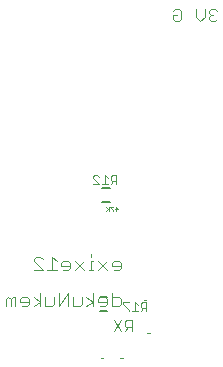
<source format=gbo>
G75*
%MOIN*%
%OFA0B0*%
%FSLAX25Y25*%
%IPPOS*%
%LPD*%
%AMOC8*
5,1,8,0,0,1.08239X$1,22.5*
%
%ADD10C,0.00400*%
%ADD11C,0.00300*%
%ADD12C,0.00000*%
%ADD13C,0.00600*%
%ADD14C,0.00100*%
D10*
X0004234Y0046213D02*
X0004234Y0048515D01*
X0005001Y0049283D01*
X0005769Y0048515D01*
X0005769Y0046213D01*
X0007303Y0046213D02*
X0007303Y0049283D01*
X0006536Y0049283D01*
X0005769Y0048515D01*
X0008838Y0048515D02*
X0008838Y0047748D01*
X0011907Y0047748D01*
X0011907Y0046981D02*
X0011907Y0048515D01*
X0011140Y0049283D01*
X0009605Y0049283D01*
X0008838Y0048515D01*
X0009605Y0046213D02*
X0011140Y0046213D01*
X0011907Y0046981D01*
X0013442Y0046213D02*
X0015744Y0047748D01*
X0013442Y0049283D01*
X0015744Y0050817D02*
X0015744Y0046213D01*
X0017278Y0046213D02*
X0017278Y0049283D01*
X0017278Y0046213D02*
X0019580Y0046213D01*
X0020348Y0046981D01*
X0020348Y0049283D01*
X0021882Y0050817D02*
X0021882Y0046213D01*
X0024952Y0050817D01*
X0024952Y0046213D01*
X0026486Y0046213D02*
X0026486Y0049283D01*
X0026486Y0046213D02*
X0028788Y0046213D01*
X0029556Y0046981D01*
X0029556Y0049283D01*
X0031090Y0049283D02*
X0033392Y0047748D01*
X0031090Y0046213D01*
X0033392Y0046213D02*
X0033392Y0050817D01*
X0034927Y0048515D02*
X0034927Y0047748D01*
X0037996Y0047748D01*
X0037996Y0046981D02*
X0037996Y0048515D01*
X0037229Y0049283D01*
X0035694Y0049283D01*
X0034927Y0048515D01*
X0035694Y0046213D02*
X0037229Y0046213D01*
X0037996Y0046981D01*
X0039531Y0046213D02*
X0041833Y0046213D01*
X0042600Y0046981D01*
X0042600Y0048515D01*
X0041833Y0049283D01*
X0039531Y0049283D01*
X0039531Y0050817D02*
X0039531Y0046213D01*
X0040298Y0058213D02*
X0041833Y0058213D01*
X0042600Y0058981D01*
X0042600Y0060515D01*
X0041833Y0061283D01*
X0040298Y0061283D01*
X0039531Y0060515D01*
X0039531Y0059748D01*
X0042600Y0059748D01*
X0037996Y0058213D02*
X0034927Y0061283D01*
X0037996Y0061283D02*
X0034927Y0058213D01*
X0033392Y0058213D02*
X0031858Y0058213D01*
X0032625Y0058213D02*
X0032625Y0061283D01*
X0033392Y0061283D01*
X0032625Y0062817D02*
X0032625Y0063585D01*
X0030323Y0061283D02*
X0027254Y0058213D01*
X0030323Y0058213D02*
X0027254Y0061283D01*
X0025719Y0060515D02*
X0025719Y0058981D01*
X0024952Y0058213D01*
X0023417Y0058213D01*
X0022650Y0059748D02*
X0022650Y0060515D01*
X0023417Y0061283D01*
X0024952Y0061283D01*
X0025719Y0060515D01*
X0025719Y0059748D02*
X0022650Y0059748D01*
X0021115Y0058213D02*
X0018046Y0058213D01*
X0016511Y0058213D02*
X0013442Y0061283D01*
X0013442Y0062050D01*
X0014209Y0062817D01*
X0015744Y0062817D01*
X0016511Y0062050D01*
X0016511Y0058213D02*
X0013442Y0058213D01*
X0019580Y0058213D02*
X0019580Y0062817D01*
X0021115Y0061283D01*
X0060448Y0141313D02*
X0059764Y0141997D01*
X0059764Y0143365D01*
X0061132Y0143365D01*
X0062500Y0141997D02*
X0061816Y0141313D01*
X0060448Y0141313D01*
X0062500Y0141997D02*
X0062500Y0144733D01*
X0061816Y0145417D01*
X0060448Y0145417D01*
X0059764Y0144733D01*
X0067721Y0145417D02*
X0067721Y0142681D01*
X0069089Y0141313D01*
X0070456Y0142681D01*
X0070456Y0145417D01*
X0071864Y0144733D02*
X0071864Y0144049D01*
X0072548Y0143365D01*
X0071864Y0142681D01*
X0071864Y0141997D01*
X0072548Y0141313D01*
X0073916Y0141313D01*
X0074600Y0141997D01*
X0073232Y0143365D02*
X0072548Y0143365D01*
X0071864Y0144733D02*
X0072548Y0145417D01*
X0073916Y0145417D01*
X0074600Y0144733D01*
D11*
X0041050Y0089916D02*
X0041050Y0087013D01*
X0041050Y0087981D02*
X0039599Y0087981D01*
X0039115Y0088465D01*
X0039115Y0089432D01*
X0039599Y0089916D01*
X0041050Y0089916D01*
X0040083Y0087981D02*
X0039115Y0087013D01*
X0038103Y0087013D02*
X0036169Y0087013D01*
X0035157Y0087013D02*
X0033222Y0088948D01*
X0033222Y0089432D01*
X0033706Y0089916D01*
X0034673Y0089916D01*
X0035157Y0089432D01*
X0035157Y0087013D02*
X0033222Y0087013D01*
X0037136Y0087013D02*
X0037136Y0089916D01*
X0038103Y0088948D01*
X0043222Y0047516D02*
X0043222Y0047032D01*
X0045157Y0045097D01*
X0045157Y0044613D01*
X0046169Y0044613D02*
X0048103Y0044613D01*
X0047136Y0044613D02*
X0047136Y0047516D01*
X0048103Y0046548D01*
X0049115Y0047032D02*
X0049115Y0046065D01*
X0049599Y0045581D01*
X0051050Y0045581D01*
X0050083Y0045581D02*
X0049115Y0044613D01*
X0051050Y0044613D02*
X0051050Y0047516D01*
X0049599Y0047516D01*
X0049115Y0047032D01*
X0046250Y0041667D02*
X0044398Y0041667D01*
X0043781Y0041049D01*
X0043781Y0039815D01*
X0044398Y0039198D01*
X0046250Y0039198D01*
X0046250Y0037963D02*
X0046250Y0041667D01*
X0045016Y0039198D02*
X0043781Y0037963D01*
X0042567Y0037963D02*
X0040098Y0041667D01*
X0042567Y0041667D02*
X0040098Y0037963D01*
X0043222Y0047516D02*
X0045157Y0047516D01*
D12*
X0050197Y0048313D02*
X0050230Y0048347D01*
X0050213Y0048347D02*
X0050263Y0048347D01*
X0050289Y0048347D02*
X0050289Y0048330D01*
X0050305Y0048313D01*
X0050339Y0048313D01*
X0050355Y0048330D01*
X0050381Y0048313D02*
X0050448Y0048313D01*
X0050414Y0048313D02*
X0050414Y0048413D01*
X0050448Y0048380D01*
X0050473Y0048363D02*
X0050490Y0048347D01*
X0050540Y0048347D01*
X0050540Y0048313D02*
X0050540Y0048413D01*
X0050490Y0048413D01*
X0050473Y0048397D01*
X0050473Y0048363D01*
X0050565Y0048413D02*
X0050632Y0048413D01*
X0050598Y0048413D02*
X0050598Y0048313D01*
X0050657Y0048313D02*
X0050724Y0048313D01*
X0050749Y0048313D02*
X0050782Y0048347D01*
X0050766Y0048347D02*
X0050816Y0048347D01*
X0050816Y0048313D02*
X0050816Y0048413D01*
X0050766Y0048413D01*
X0050749Y0048397D01*
X0050749Y0048363D01*
X0050766Y0048347D01*
X0050724Y0048380D02*
X0050690Y0048413D01*
X0050690Y0048313D01*
X0050841Y0048413D02*
X0050908Y0048413D01*
X0050933Y0048397D02*
X0050933Y0048363D01*
X0050950Y0048347D01*
X0051000Y0048347D01*
X0051000Y0048313D02*
X0051000Y0048413D01*
X0050950Y0048413D01*
X0050933Y0048397D01*
X0050875Y0048413D02*
X0050875Y0048313D01*
X0050355Y0048397D02*
X0050339Y0048413D01*
X0050305Y0048413D01*
X0050289Y0048397D01*
X0050289Y0048380D01*
X0050305Y0048363D01*
X0050289Y0048347D01*
X0050305Y0048363D02*
X0050322Y0048363D01*
X0050263Y0048313D02*
X0050263Y0048413D01*
X0050213Y0048413D01*
X0050197Y0048397D01*
X0050197Y0048363D01*
X0050213Y0048347D01*
X0051413Y0037413D02*
X0051397Y0037397D01*
X0051397Y0037363D01*
X0051413Y0037347D01*
X0051463Y0037347D01*
X0051489Y0037347D02*
X0051489Y0037330D01*
X0051505Y0037313D01*
X0051539Y0037313D01*
X0051555Y0037330D01*
X0051581Y0037313D02*
X0051648Y0037313D01*
X0051614Y0037313D02*
X0051614Y0037413D01*
X0051648Y0037380D01*
X0051673Y0037363D02*
X0051690Y0037347D01*
X0051740Y0037347D01*
X0051740Y0037313D02*
X0051740Y0037413D01*
X0051690Y0037413D01*
X0051673Y0037397D01*
X0051673Y0037363D01*
X0051765Y0037413D02*
X0051832Y0037413D01*
X0051798Y0037413D02*
X0051798Y0037313D01*
X0051857Y0037313D02*
X0051924Y0037313D01*
X0051949Y0037313D02*
X0051982Y0037347D01*
X0051966Y0037347D02*
X0052016Y0037347D01*
X0052016Y0037313D02*
X0052016Y0037413D01*
X0051966Y0037413D01*
X0051949Y0037397D01*
X0051949Y0037363D01*
X0051966Y0037347D01*
X0051924Y0037380D02*
X0051890Y0037413D01*
X0051890Y0037313D01*
X0052041Y0037413D02*
X0052108Y0037413D01*
X0052133Y0037397D02*
X0052133Y0037363D01*
X0052150Y0037347D01*
X0052200Y0037347D01*
X0052200Y0037313D02*
X0052200Y0037413D01*
X0052150Y0037413D01*
X0052133Y0037397D01*
X0052075Y0037413D02*
X0052075Y0037313D01*
X0051555Y0037397D02*
X0051539Y0037413D01*
X0051505Y0037413D01*
X0051489Y0037397D01*
X0051489Y0037380D01*
X0051505Y0037363D01*
X0051489Y0037347D01*
X0051505Y0037363D02*
X0051522Y0037363D01*
X0051463Y0037313D02*
X0051463Y0037413D01*
X0051413Y0037413D01*
X0051430Y0037347D02*
X0051397Y0037313D01*
X0043200Y0029013D02*
X0043150Y0029013D01*
X0043133Y0028997D01*
X0043133Y0028963D01*
X0043150Y0028947D01*
X0043200Y0028947D01*
X0043200Y0028913D02*
X0043200Y0029013D01*
X0043108Y0029013D02*
X0043041Y0029013D01*
X0043016Y0029013D02*
X0042966Y0029013D01*
X0042949Y0028997D01*
X0042949Y0028963D01*
X0042966Y0028947D01*
X0043016Y0028947D01*
X0042982Y0028947D02*
X0042949Y0028913D01*
X0042924Y0028913D02*
X0042857Y0028913D01*
X0042890Y0028913D02*
X0042890Y0029013D01*
X0042924Y0028980D01*
X0043016Y0029013D02*
X0043016Y0028913D01*
X0043075Y0028913D02*
X0043075Y0029013D01*
X0042832Y0029013D02*
X0042765Y0029013D01*
X0042740Y0029013D02*
X0042690Y0029013D01*
X0042673Y0028997D01*
X0042673Y0028963D01*
X0042690Y0028947D01*
X0042740Y0028947D01*
X0042740Y0028913D02*
X0042740Y0029013D01*
X0042798Y0029013D02*
X0042798Y0028913D01*
X0042648Y0028913D02*
X0042581Y0028913D01*
X0042555Y0028930D02*
X0042539Y0028913D01*
X0042505Y0028913D01*
X0042489Y0028930D01*
X0042489Y0028947D01*
X0042505Y0028963D01*
X0042522Y0028963D01*
X0042505Y0028963D02*
X0042489Y0028980D01*
X0042489Y0028997D01*
X0042505Y0029013D01*
X0042539Y0029013D01*
X0042555Y0028997D01*
X0042614Y0029013D02*
X0042614Y0028913D01*
X0042648Y0028980D02*
X0042614Y0029013D01*
X0042463Y0029013D02*
X0042413Y0029013D01*
X0042397Y0028997D01*
X0042397Y0028963D01*
X0042413Y0028947D01*
X0042463Y0028947D01*
X0042430Y0028947D02*
X0042397Y0028913D01*
X0042463Y0028913D02*
X0042463Y0029013D01*
X0036600Y0029013D02*
X0036550Y0029013D01*
X0036533Y0028997D01*
X0036533Y0028963D01*
X0036550Y0028947D01*
X0036600Y0028947D01*
X0036600Y0028913D02*
X0036600Y0029013D01*
X0036508Y0029013D02*
X0036441Y0029013D01*
X0036416Y0029013D02*
X0036366Y0029013D01*
X0036349Y0028997D01*
X0036349Y0028963D01*
X0036366Y0028947D01*
X0036416Y0028947D01*
X0036382Y0028947D02*
X0036349Y0028913D01*
X0036324Y0028913D02*
X0036257Y0028913D01*
X0036290Y0028913D02*
X0036290Y0029013D01*
X0036324Y0028980D01*
X0036416Y0029013D02*
X0036416Y0028913D01*
X0036475Y0028913D02*
X0036475Y0029013D01*
X0036232Y0029013D02*
X0036165Y0029013D01*
X0036140Y0029013D02*
X0036090Y0029013D01*
X0036073Y0028997D01*
X0036073Y0028963D01*
X0036090Y0028947D01*
X0036140Y0028947D01*
X0036140Y0028913D02*
X0036140Y0029013D01*
X0036198Y0029013D02*
X0036198Y0028913D01*
X0036048Y0028913D02*
X0035981Y0028913D01*
X0035955Y0028930D02*
X0035939Y0028913D01*
X0035905Y0028913D01*
X0035889Y0028930D01*
X0035889Y0028947D01*
X0035905Y0028963D01*
X0035922Y0028963D01*
X0035905Y0028963D02*
X0035889Y0028980D01*
X0035889Y0028997D01*
X0035905Y0029013D01*
X0035939Y0029013D01*
X0035955Y0028997D01*
X0036014Y0029013D02*
X0036014Y0028913D01*
X0036048Y0028980D02*
X0036014Y0029013D01*
X0035863Y0029013D02*
X0035813Y0029013D01*
X0035797Y0028997D01*
X0035797Y0028963D01*
X0035813Y0028947D01*
X0035863Y0028947D01*
X0035830Y0028947D02*
X0035797Y0028913D01*
X0035863Y0028913D02*
X0035863Y0029013D01*
D13*
X0035619Y0044651D02*
X0037981Y0044651D01*
X0037981Y0049376D02*
X0035619Y0049376D01*
X0036419Y0081051D02*
X0038781Y0081051D01*
X0038781Y0085776D02*
X0036419Y0085776D01*
D14*
X0037603Y0079465D02*
X0038603Y0078464D01*
X0037603Y0079465D01*
X0038603Y0079465D02*
X0038603Y0077963D01*
X0038603Y0079465D01*
X0039076Y0079465D02*
X0039076Y0079214D01*
X0040077Y0078214D01*
X0040077Y0077963D01*
X0040077Y0078214D01*
X0039076Y0079214D01*
X0039076Y0079465D01*
X0040077Y0079465D01*
X0039076Y0079465D01*
X0038353Y0078714D02*
X0037603Y0077963D01*
X0038353Y0078714D01*
X0040549Y0078714D02*
X0041550Y0078714D01*
X0040799Y0079465D01*
X0040799Y0077963D01*
X0040799Y0079465D01*
X0041550Y0078714D01*
X0040549Y0078714D01*
M02*

</source>
